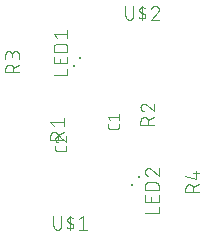
<source format=gbr>
G04 EAGLE Gerber X2 export*
%TF.Part,Single*%
%TF.FileFunction,Legend,Top,1*%
%TF.FilePolarity,Positive*%
%TF.GenerationSoftware,Autodesk,EAGLE,9.0.1*%
%TF.CreationDate,2018-06-14T23:25:34Z*%
G75*
%MOMM*%
%FSLAX34Y34*%
%LPD*%
%AMOC8*
5,1,8,0,0,1.08239X$1,22.5*%
G01*
%ADD10C,0.076200*%
%ADD11C,0.250000*%
%ADD12C,0.101600*%
%ADD13R,0.200000X0.200000*%


D10*
X668069Y566408D02*
X668069Y564319D01*
X668067Y564230D01*
X668061Y564142D01*
X668052Y564054D01*
X668039Y563966D01*
X668022Y563879D01*
X668002Y563793D01*
X667977Y563708D01*
X667950Y563623D01*
X667918Y563540D01*
X667884Y563459D01*
X667845Y563379D01*
X667804Y563301D01*
X667759Y563224D01*
X667711Y563150D01*
X667660Y563077D01*
X667606Y563007D01*
X667548Y562940D01*
X667488Y562874D01*
X667426Y562812D01*
X667360Y562752D01*
X667293Y562694D01*
X667223Y562640D01*
X667150Y562589D01*
X667076Y562541D01*
X666999Y562496D01*
X666921Y562455D01*
X666841Y562416D01*
X666760Y562382D01*
X666677Y562350D01*
X666592Y562323D01*
X666507Y562298D01*
X666421Y562278D01*
X666334Y562261D01*
X666246Y562248D01*
X666158Y562239D01*
X666070Y562233D01*
X665981Y562231D01*
X660759Y562231D01*
X660668Y562233D01*
X660577Y562239D01*
X660486Y562249D01*
X660396Y562263D01*
X660307Y562281D01*
X660218Y562302D01*
X660131Y562328D01*
X660045Y562357D01*
X659960Y562390D01*
X659876Y562427D01*
X659794Y562467D01*
X659715Y562511D01*
X659637Y562558D01*
X659561Y562609D01*
X659487Y562663D01*
X659416Y562720D01*
X659348Y562780D01*
X659282Y562843D01*
X659219Y562909D01*
X659159Y562977D01*
X659102Y563048D01*
X659048Y563122D01*
X658997Y563198D01*
X658950Y563275D01*
X658906Y563355D01*
X658866Y563437D01*
X658829Y563521D01*
X658796Y563605D01*
X658767Y563692D01*
X658741Y563779D01*
X658720Y563868D01*
X658702Y563957D01*
X658688Y564047D01*
X658678Y564138D01*
X658672Y564229D01*
X658670Y564320D01*
X658671Y564319D02*
X658671Y566408D01*
X660759Y569877D02*
X658671Y572487D01*
X668069Y572487D01*
X668069Y569877D02*
X668069Y575098D01*
X623619Y547358D02*
X623619Y545269D01*
X623617Y545180D01*
X623611Y545092D01*
X623602Y545004D01*
X623589Y544916D01*
X623572Y544829D01*
X623552Y544743D01*
X623527Y544658D01*
X623500Y544573D01*
X623468Y544490D01*
X623434Y544409D01*
X623395Y544329D01*
X623354Y544251D01*
X623309Y544174D01*
X623261Y544100D01*
X623210Y544027D01*
X623156Y543957D01*
X623098Y543890D01*
X623038Y543824D01*
X622976Y543762D01*
X622910Y543702D01*
X622843Y543644D01*
X622773Y543590D01*
X622700Y543539D01*
X622626Y543491D01*
X622549Y543446D01*
X622471Y543405D01*
X622391Y543366D01*
X622310Y543332D01*
X622227Y543300D01*
X622142Y543273D01*
X622057Y543248D01*
X621971Y543228D01*
X621884Y543211D01*
X621796Y543198D01*
X621708Y543189D01*
X621620Y543183D01*
X621531Y543181D01*
X616309Y543181D01*
X616218Y543183D01*
X616127Y543189D01*
X616036Y543199D01*
X615946Y543213D01*
X615857Y543231D01*
X615768Y543252D01*
X615681Y543278D01*
X615595Y543307D01*
X615510Y543340D01*
X615426Y543377D01*
X615344Y543417D01*
X615265Y543461D01*
X615187Y543508D01*
X615111Y543559D01*
X615037Y543613D01*
X614966Y543670D01*
X614898Y543730D01*
X614832Y543793D01*
X614769Y543859D01*
X614709Y543927D01*
X614652Y543998D01*
X614598Y544072D01*
X614547Y544148D01*
X614500Y544225D01*
X614456Y544305D01*
X614416Y544387D01*
X614379Y544471D01*
X614346Y544555D01*
X614317Y544642D01*
X614291Y544729D01*
X614270Y544818D01*
X614252Y544907D01*
X614238Y544997D01*
X614228Y545088D01*
X614222Y545179D01*
X614220Y545270D01*
X614221Y545269D02*
X614221Y547358D01*
X614221Y553698D02*
X614223Y553793D01*
X614229Y553887D01*
X614238Y553981D01*
X614251Y554075D01*
X614268Y554168D01*
X614289Y554260D01*
X614314Y554352D01*
X614342Y554442D01*
X614374Y554531D01*
X614409Y554619D01*
X614448Y554705D01*
X614490Y554790D01*
X614536Y554873D01*
X614585Y554954D01*
X614637Y555033D01*
X614692Y555110D01*
X614751Y555184D01*
X614812Y555256D01*
X614876Y555326D01*
X614943Y555393D01*
X615013Y555457D01*
X615085Y555518D01*
X615159Y555577D01*
X615236Y555632D01*
X615315Y555684D01*
X615396Y555733D01*
X615479Y555779D01*
X615564Y555821D01*
X615650Y555860D01*
X615738Y555895D01*
X615827Y555927D01*
X615917Y555955D01*
X616009Y555980D01*
X616101Y556001D01*
X616194Y556018D01*
X616288Y556031D01*
X616382Y556040D01*
X616476Y556046D01*
X616571Y556048D01*
X614221Y553698D02*
X614223Y553590D01*
X614229Y553481D01*
X614239Y553373D01*
X614252Y553266D01*
X614270Y553159D01*
X614291Y553052D01*
X614316Y552947D01*
X614345Y552842D01*
X614377Y552739D01*
X614414Y552637D01*
X614454Y552536D01*
X614497Y552437D01*
X614544Y552339D01*
X614595Y552243D01*
X614649Y552149D01*
X614706Y552057D01*
X614767Y551967D01*
X614831Y551879D01*
X614897Y551794D01*
X614967Y551711D01*
X615040Y551631D01*
X615116Y551553D01*
X615194Y551478D01*
X615275Y551406D01*
X615359Y551337D01*
X615445Y551271D01*
X615533Y551208D01*
X615624Y551149D01*
X615716Y551092D01*
X615811Y551039D01*
X615908Y550990D01*
X616006Y550944D01*
X616105Y550901D01*
X616207Y550862D01*
X616309Y550827D01*
X618399Y555265D02*
X618330Y555334D01*
X618259Y555400D01*
X618186Y555464D01*
X618110Y555525D01*
X618031Y555583D01*
X617951Y555637D01*
X617868Y555689D01*
X617784Y555737D01*
X617698Y555783D01*
X617610Y555824D01*
X617520Y555863D01*
X617429Y555898D01*
X617337Y555929D01*
X617244Y555957D01*
X617150Y555981D01*
X617055Y556001D01*
X616959Y556018D01*
X616862Y556031D01*
X616765Y556040D01*
X616668Y556046D01*
X616571Y556048D01*
X618398Y555265D02*
X623619Y550827D01*
X623619Y556048D01*
D11*
X629750Y615050D03*
D12*
X624492Y607808D02*
X612808Y607808D01*
X624492Y607808D02*
X624492Y613001D01*
X624492Y617714D02*
X624492Y622907D01*
X624492Y617714D02*
X612808Y617714D01*
X612808Y622907D01*
X618001Y621609D02*
X618001Y617714D01*
X612808Y627597D02*
X624492Y627597D01*
X612808Y627597D02*
X612808Y630843D01*
X612810Y630956D01*
X612816Y631069D01*
X612826Y631182D01*
X612840Y631295D01*
X612857Y631407D01*
X612879Y631518D01*
X612904Y631628D01*
X612934Y631738D01*
X612967Y631846D01*
X613004Y631953D01*
X613044Y632059D01*
X613089Y632163D01*
X613137Y632266D01*
X613188Y632367D01*
X613243Y632466D01*
X613301Y632563D01*
X613363Y632658D01*
X613428Y632751D01*
X613496Y632841D01*
X613567Y632929D01*
X613642Y633015D01*
X613719Y633098D01*
X613799Y633178D01*
X613882Y633255D01*
X613968Y633330D01*
X614056Y633401D01*
X614146Y633469D01*
X614239Y633534D01*
X614334Y633596D01*
X614431Y633654D01*
X614530Y633709D01*
X614631Y633760D01*
X614734Y633808D01*
X614838Y633853D01*
X614944Y633893D01*
X615051Y633930D01*
X615159Y633963D01*
X615269Y633993D01*
X615379Y634018D01*
X615490Y634040D01*
X615602Y634057D01*
X615715Y634071D01*
X615828Y634081D01*
X615941Y634087D01*
X616054Y634089D01*
X621246Y634089D01*
X621359Y634087D01*
X621472Y634081D01*
X621585Y634071D01*
X621698Y634057D01*
X621810Y634040D01*
X621921Y634018D01*
X622031Y633993D01*
X622141Y633963D01*
X622249Y633930D01*
X622356Y633893D01*
X622462Y633853D01*
X622566Y633808D01*
X622669Y633760D01*
X622770Y633709D01*
X622869Y633654D01*
X622966Y633596D01*
X623061Y633534D01*
X623154Y633469D01*
X623244Y633401D01*
X623332Y633330D01*
X623418Y633255D01*
X623501Y633178D01*
X623581Y633098D01*
X623658Y633015D01*
X623733Y632929D01*
X623804Y632841D01*
X623872Y632751D01*
X623937Y632658D01*
X623999Y632563D01*
X624057Y632466D01*
X624112Y632367D01*
X624163Y632266D01*
X624211Y632163D01*
X624256Y632059D01*
X624296Y631953D01*
X624333Y631846D01*
X624366Y631738D01*
X624396Y631628D01*
X624421Y631518D01*
X624443Y631407D01*
X624460Y631295D01*
X624474Y631182D01*
X624484Y631069D01*
X624490Y630956D01*
X624492Y630843D01*
X624492Y627597D01*
X615404Y639408D02*
X612808Y642654D01*
X624492Y642654D01*
X624492Y645899D02*
X624492Y639408D01*
D13*
X635000Y622300D03*
D11*
X684700Y521600D03*
D12*
X689958Y490751D02*
X701642Y490751D01*
X701642Y495943D01*
X701642Y500657D02*
X701642Y505849D01*
X701642Y500657D02*
X689958Y500657D01*
X689958Y505849D01*
X695151Y504551D02*
X695151Y500657D01*
X689958Y510540D02*
X701642Y510540D01*
X689958Y510540D02*
X689958Y513785D01*
X689960Y513898D01*
X689966Y514011D01*
X689976Y514124D01*
X689990Y514237D01*
X690007Y514349D01*
X690029Y514460D01*
X690054Y514570D01*
X690084Y514680D01*
X690117Y514788D01*
X690154Y514895D01*
X690194Y515001D01*
X690239Y515105D01*
X690287Y515208D01*
X690338Y515309D01*
X690393Y515408D01*
X690451Y515505D01*
X690513Y515600D01*
X690578Y515693D01*
X690646Y515783D01*
X690717Y515871D01*
X690792Y515957D01*
X690869Y516040D01*
X690949Y516120D01*
X691032Y516197D01*
X691118Y516272D01*
X691206Y516343D01*
X691296Y516411D01*
X691389Y516476D01*
X691484Y516538D01*
X691581Y516596D01*
X691680Y516651D01*
X691781Y516702D01*
X691884Y516750D01*
X691988Y516795D01*
X692094Y516835D01*
X692201Y516872D01*
X692309Y516905D01*
X692419Y516935D01*
X692529Y516960D01*
X692640Y516982D01*
X692752Y516999D01*
X692865Y517013D01*
X692978Y517023D01*
X693091Y517029D01*
X693204Y517031D01*
X698396Y517031D01*
X698396Y517032D02*
X698509Y517030D01*
X698622Y517024D01*
X698735Y517014D01*
X698848Y517000D01*
X698960Y516983D01*
X699071Y516961D01*
X699181Y516936D01*
X699291Y516906D01*
X699399Y516873D01*
X699506Y516836D01*
X699612Y516796D01*
X699716Y516751D01*
X699819Y516703D01*
X699920Y516652D01*
X700019Y516597D01*
X700116Y516539D01*
X700211Y516477D01*
X700304Y516412D01*
X700394Y516344D01*
X700482Y516273D01*
X700568Y516198D01*
X700651Y516121D01*
X700731Y516041D01*
X700808Y515958D01*
X700883Y515872D01*
X700954Y515784D01*
X701022Y515694D01*
X701087Y515601D01*
X701149Y515506D01*
X701207Y515409D01*
X701262Y515310D01*
X701313Y515209D01*
X701361Y515106D01*
X701406Y515002D01*
X701446Y514896D01*
X701483Y514789D01*
X701516Y514681D01*
X701546Y514571D01*
X701571Y514461D01*
X701593Y514350D01*
X701610Y514238D01*
X701624Y514125D01*
X701634Y514012D01*
X701640Y513899D01*
X701642Y513786D01*
X701642Y513785D02*
X701642Y510540D01*
X689958Y525921D02*
X689960Y526028D01*
X689966Y526134D01*
X689976Y526240D01*
X689989Y526346D01*
X690007Y526452D01*
X690028Y526556D01*
X690053Y526660D01*
X690082Y526763D01*
X690114Y526864D01*
X690151Y526964D01*
X690191Y527063D01*
X690234Y527161D01*
X690281Y527257D01*
X690332Y527351D01*
X690386Y527443D01*
X690443Y527533D01*
X690503Y527621D01*
X690567Y527706D01*
X690634Y527789D01*
X690704Y527870D01*
X690776Y527948D01*
X690852Y528024D01*
X690930Y528096D01*
X691011Y528166D01*
X691094Y528233D01*
X691179Y528297D01*
X691267Y528357D01*
X691357Y528414D01*
X691449Y528468D01*
X691543Y528519D01*
X691639Y528566D01*
X691737Y528609D01*
X691836Y528649D01*
X691936Y528686D01*
X692037Y528718D01*
X692140Y528747D01*
X692244Y528772D01*
X692348Y528793D01*
X692454Y528811D01*
X692560Y528824D01*
X692666Y528834D01*
X692772Y528840D01*
X692879Y528842D01*
X689958Y525921D02*
X689960Y525800D01*
X689966Y525679D01*
X689976Y525559D01*
X689989Y525438D01*
X690007Y525319D01*
X690028Y525199D01*
X690053Y525081D01*
X690082Y524964D01*
X690115Y524847D01*
X690151Y524732D01*
X690192Y524618D01*
X690235Y524505D01*
X690283Y524393D01*
X690334Y524284D01*
X690389Y524176D01*
X690447Y524069D01*
X690508Y523965D01*
X690573Y523863D01*
X690641Y523763D01*
X690712Y523665D01*
X690786Y523569D01*
X690863Y523476D01*
X690944Y523386D01*
X691027Y523298D01*
X691113Y523213D01*
X691202Y523130D01*
X691293Y523051D01*
X691387Y522974D01*
X691483Y522901D01*
X691581Y522831D01*
X691682Y522764D01*
X691785Y522700D01*
X691890Y522640D01*
X691997Y522582D01*
X692105Y522529D01*
X692215Y522479D01*
X692327Y522433D01*
X692440Y522390D01*
X692555Y522351D01*
X695151Y527868D02*
X695073Y527947D01*
X694993Y528023D01*
X694910Y528096D01*
X694824Y528166D01*
X694737Y528233D01*
X694646Y528297D01*
X694554Y528357D01*
X694460Y528415D01*
X694363Y528469D01*
X694265Y528519D01*
X694165Y528566D01*
X694064Y528610D01*
X693961Y528650D01*
X693856Y528686D01*
X693751Y528718D01*
X693644Y528747D01*
X693537Y528772D01*
X693428Y528794D01*
X693319Y528811D01*
X693210Y528825D01*
X693100Y528834D01*
X692989Y528840D01*
X692879Y528842D01*
X695151Y527868D02*
X701642Y522351D01*
X701642Y528842D01*
D13*
X679450Y514350D03*
D12*
X621792Y553145D02*
X610108Y553145D01*
X610108Y556390D01*
X610110Y556503D01*
X610116Y556616D01*
X610126Y556729D01*
X610140Y556842D01*
X610157Y556954D01*
X610179Y557065D01*
X610204Y557175D01*
X610234Y557285D01*
X610267Y557393D01*
X610304Y557500D01*
X610344Y557606D01*
X610389Y557710D01*
X610437Y557813D01*
X610488Y557914D01*
X610543Y558013D01*
X610601Y558110D01*
X610663Y558205D01*
X610728Y558298D01*
X610796Y558388D01*
X610867Y558476D01*
X610942Y558562D01*
X611019Y558645D01*
X611099Y558725D01*
X611182Y558802D01*
X611268Y558877D01*
X611356Y558948D01*
X611446Y559016D01*
X611539Y559081D01*
X611634Y559143D01*
X611731Y559201D01*
X611830Y559256D01*
X611931Y559307D01*
X612034Y559355D01*
X612138Y559400D01*
X612244Y559440D01*
X612351Y559477D01*
X612459Y559510D01*
X612569Y559540D01*
X612679Y559565D01*
X612790Y559587D01*
X612902Y559604D01*
X613015Y559618D01*
X613128Y559628D01*
X613241Y559634D01*
X613354Y559636D01*
X613467Y559634D01*
X613580Y559628D01*
X613693Y559618D01*
X613806Y559604D01*
X613918Y559587D01*
X614029Y559565D01*
X614139Y559540D01*
X614249Y559510D01*
X614357Y559477D01*
X614464Y559440D01*
X614570Y559400D01*
X614674Y559355D01*
X614777Y559307D01*
X614878Y559256D01*
X614977Y559201D01*
X615074Y559143D01*
X615169Y559081D01*
X615262Y559016D01*
X615352Y558948D01*
X615440Y558877D01*
X615526Y558802D01*
X615609Y558725D01*
X615689Y558645D01*
X615766Y558562D01*
X615841Y558476D01*
X615912Y558388D01*
X615980Y558298D01*
X616045Y558205D01*
X616107Y558110D01*
X616165Y558013D01*
X616220Y557914D01*
X616271Y557813D01*
X616319Y557710D01*
X616364Y557606D01*
X616404Y557500D01*
X616441Y557393D01*
X616474Y557285D01*
X616504Y557175D01*
X616529Y557065D01*
X616551Y556954D01*
X616568Y556842D01*
X616582Y556729D01*
X616592Y556616D01*
X616598Y556503D01*
X616600Y556390D01*
X616599Y556390D02*
X616599Y553145D01*
X616599Y557039D02*
X621792Y559636D01*
X612704Y564501D02*
X610108Y567746D01*
X621792Y567746D01*
X621792Y564501D02*
X621792Y570992D01*
X686308Y565658D02*
X697992Y565658D01*
X686308Y565658D02*
X686308Y568904D01*
X686310Y569017D01*
X686316Y569130D01*
X686326Y569243D01*
X686340Y569356D01*
X686357Y569468D01*
X686379Y569579D01*
X686404Y569689D01*
X686434Y569799D01*
X686467Y569907D01*
X686504Y570014D01*
X686544Y570120D01*
X686589Y570224D01*
X686637Y570327D01*
X686688Y570428D01*
X686743Y570527D01*
X686801Y570624D01*
X686863Y570719D01*
X686928Y570812D01*
X686996Y570902D01*
X687067Y570990D01*
X687142Y571076D01*
X687219Y571159D01*
X687299Y571239D01*
X687382Y571316D01*
X687468Y571391D01*
X687556Y571462D01*
X687646Y571530D01*
X687739Y571595D01*
X687834Y571657D01*
X687931Y571715D01*
X688030Y571770D01*
X688131Y571821D01*
X688234Y571869D01*
X688338Y571914D01*
X688444Y571954D01*
X688551Y571991D01*
X688659Y572024D01*
X688769Y572054D01*
X688879Y572079D01*
X688990Y572101D01*
X689102Y572118D01*
X689215Y572132D01*
X689328Y572142D01*
X689441Y572148D01*
X689554Y572150D01*
X689667Y572148D01*
X689780Y572142D01*
X689893Y572132D01*
X690006Y572118D01*
X690118Y572101D01*
X690229Y572079D01*
X690339Y572054D01*
X690449Y572024D01*
X690557Y571991D01*
X690664Y571954D01*
X690770Y571914D01*
X690874Y571869D01*
X690977Y571821D01*
X691078Y571770D01*
X691177Y571715D01*
X691274Y571657D01*
X691369Y571595D01*
X691462Y571530D01*
X691552Y571462D01*
X691640Y571391D01*
X691726Y571316D01*
X691809Y571239D01*
X691889Y571159D01*
X691966Y571076D01*
X692041Y570990D01*
X692112Y570902D01*
X692180Y570812D01*
X692245Y570719D01*
X692307Y570624D01*
X692365Y570527D01*
X692420Y570428D01*
X692471Y570327D01*
X692519Y570224D01*
X692564Y570120D01*
X692604Y570014D01*
X692641Y569907D01*
X692674Y569799D01*
X692704Y569689D01*
X692729Y569579D01*
X692751Y569468D01*
X692768Y569356D01*
X692782Y569243D01*
X692792Y569130D01*
X692798Y569017D01*
X692800Y568904D01*
X692799Y568904D02*
X692799Y565658D01*
X692799Y569553D02*
X697992Y572149D01*
X689229Y583505D02*
X689122Y583503D01*
X689016Y583497D01*
X688910Y583487D01*
X688804Y583474D01*
X688698Y583456D01*
X688594Y583435D01*
X688490Y583410D01*
X688387Y583381D01*
X688286Y583349D01*
X688186Y583312D01*
X688087Y583272D01*
X687989Y583229D01*
X687893Y583182D01*
X687799Y583131D01*
X687707Y583077D01*
X687617Y583020D01*
X687529Y582960D01*
X687444Y582896D01*
X687361Y582829D01*
X687280Y582759D01*
X687202Y582687D01*
X687126Y582611D01*
X687054Y582533D01*
X686984Y582452D01*
X686917Y582369D01*
X686853Y582284D01*
X686793Y582196D01*
X686736Y582106D01*
X686682Y582014D01*
X686631Y581920D01*
X686584Y581824D01*
X686541Y581726D01*
X686501Y581627D01*
X686464Y581527D01*
X686432Y581426D01*
X686403Y581323D01*
X686378Y581219D01*
X686357Y581115D01*
X686339Y581009D01*
X686326Y580903D01*
X686316Y580797D01*
X686310Y580691D01*
X686308Y580584D01*
X686310Y580463D01*
X686316Y580342D01*
X686326Y580222D01*
X686339Y580101D01*
X686357Y579982D01*
X686378Y579862D01*
X686403Y579744D01*
X686432Y579627D01*
X686465Y579510D01*
X686501Y579395D01*
X686542Y579281D01*
X686585Y579168D01*
X686633Y579056D01*
X686684Y578947D01*
X686739Y578839D01*
X686797Y578732D01*
X686858Y578628D01*
X686923Y578526D01*
X686991Y578426D01*
X687062Y578328D01*
X687136Y578232D01*
X687213Y578139D01*
X687294Y578049D01*
X687377Y577961D01*
X687463Y577876D01*
X687552Y577793D01*
X687643Y577714D01*
X687737Y577637D01*
X687833Y577564D01*
X687931Y577494D01*
X688032Y577427D01*
X688135Y577363D01*
X688240Y577303D01*
X688347Y577245D01*
X688455Y577192D01*
X688565Y577142D01*
X688677Y577096D01*
X688790Y577053D01*
X688905Y577014D01*
X691501Y582531D02*
X691423Y582610D01*
X691343Y582686D01*
X691260Y582759D01*
X691174Y582829D01*
X691087Y582896D01*
X690996Y582960D01*
X690904Y583020D01*
X690810Y583078D01*
X690713Y583132D01*
X690615Y583182D01*
X690515Y583229D01*
X690414Y583273D01*
X690311Y583313D01*
X690206Y583349D01*
X690101Y583381D01*
X689994Y583410D01*
X689887Y583435D01*
X689778Y583457D01*
X689669Y583474D01*
X689560Y583488D01*
X689450Y583497D01*
X689339Y583503D01*
X689229Y583505D01*
X691501Y582532D02*
X697992Y577014D01*
X697992Y583505D01*
X583692Y610108D02*
X572008Y610108D01*
X572008Y613354D01*
X572010Y613467D01*
X572016Y613580D01*
X572026Y613693D01*
X572040Y613806D01*
X572057Y613918D01*
X572079Y614029D01*
X572104Y614139D01*
X572134Y614249D01*
X572167Y614357D01*
X572204Y614464D01*
X572244Y614570D01*
X572289Y614674D01*
X572337Y614777D01*
X572388Y614878D01*
X572443Y614977D01*
X572501Y615074D01*
X572563Y615169D01*
X572628Y615262D01*
X572696Y615352D01*
X572767Y615440D01*
X572842Y615526D01*
X572919Y615609D01*
X572999Y615689D01*
X573082Y615766D01*
X573168Y615841D01*
X573256Y615912D01*
X573346Y615980D01*
X573439Y616045D01*
X573534Y616107D01*
X573631Y616165D01*
X573730Y616220D01*
X573831Y616271D01*
X573934Y616319D01*
X574038Y616364D01*
X574144Y616404D01*
X574251Y616441D01*
X574359Y616474D01*
X574469Y616504D01*
X574579Y616529D01*
X574690Y616551D01*
X574802Y616568D01*
X574915Y616582D01*
X575028Y616592D01*
X575141Y616598D01*
X575254Y616600D01*
X575367Y616598D01*
X575480Y616592D01*
X575593Y616582D01*
X575706Y616568D01*
X575818Y616551D01*
X575929Y616529D01*
X576039Y616504D01*
X576149Y616474D01*
X576257Y616441D01*
X576364Y616404D01*
X576470Y616364D01*
X576574Y616319D01*
X576677Y616271D01*
X576778Y616220D01*
X576877Y616165D01*
X576974Y616107D01*
X577069Y616045D01*
X577162Y615980D01*
X577252Y615912D01*
X577340Y615841D01*
X577426Y615766D01*
X577509Y615689D01*
X577589Y615609D01*
X577666Y615526D01*
X577741Y615440D01*
X577812Y615352D01*
X577880Y615262D01*
X577945Y615169D01*
X578007Y615074D01*
X578065Y614977D01*
X578120Y614878D01*
X578171Y614777D01*
X578219Y614674D01*
X578264Y614570D01*
X578304Y614464D01*
X578341Y614357D01*
X578374Y614249D01*
X578404Y614139D01*
X578429Y614029D01*
X578451Y613918D01*
X578468Y613806D01*
X578482Y613693D01*
X578492Y613580D01*
X578498Y613467D01*
X578500Y613354D01*
X578499Y613354D02*
X578499Y610108D01*
X578499Y614003D02*
X583692Y616599D01*
X583692Y621464D02*
X583692Y624710D01*
X583690Y624823D01*
X583684Y624936D01*
X583674Y625049D01*
X583660Y625162D01*
X583643Y625274D01*
X583621Y625385D01*
X583596Y625495D01*
X583566Y625605D01*
X583533Y625713D01*
X583496Y625820D01*
X583456Y625926D01*
X583411Y626030D01*
X583363Y626133D01*
X583312Y626234D01*
X583257Y626333D01*
X583199Y626430D01*
X583137Y626525D01*
X583072Y626618D01*
X583004Y626708D01*
X582933Y626796D01*
X582858Y626882D01*
X582781Y626965D01*
X582701Y627045D01*
X582618Y627122D01*
X582532Y627197D01*
X582444Y627268D01*
X582354Y627336D01*
X582261Y627401D01*
X582166Y627463D01*
X582069Y627521D01*
X581970Y627576D01*
X581869Y627627D01*
X581766Y627675D01*
X581662Y627720D01*
X581556Y627760D01*
X581449Y627797D01*
X581341Y627830D01*
X581231Y627860D01*
X581121Y627885D01*
X581010Y627907D01*
X580898Y627924D01*
X580785Y627938D01*
X580672Y627948D01*
X580559Y627954D01*
X580446Y627956D01*
X580333Y627954D01*
X580220Y627948D01*
X580107Y627938D01*
X579994Y627924D01*
X579882Y627907D01*
X579771Y627885D01*
X579661Y627860D01*
X579551Y627830D01*
X579443Y627797D01*
X579336Y627760D01*
X579230Y627720D01*
X579126Y627675D01*
X579023Y627627D01*
X578922Y627576D01*
X578823Y627521D01*
X578726Y627463D01*
X578631Y627401D01*
X578538Y627336D01*
X578448Y627268D01*
X578360Y627197D01*
X578274Y627122D01*
X578191Y627045D01*
X578111Y626965D01*
X578034Y626882D01*
X577959Y626796D01*
X577888Y626708D01*
X577820Y626618D01*
X577755Y626525D01*
X577693Y626430D01*
X577635Y626333D01*
X577580Y626234D01*
X577529Y626133D01*
X577481Y626030D01*
X577436Y625926D01*
X577396Y625820D01*
X577359Y625713D01*
X577326Y625605D01*
X577296Y625495D01*
X577271Y625385D01*
X577249Y625274D01*
X577232Y625162D01*
X577218Y625049D01*
X577208Y624936D01*
X577202Y624823D01*
X577200Y624710D01*
X572008Y625359D02*
X572008Y621464D01*
X572008Y625359D02*
X572010Y625460D01*
X572016Y625560D01*
X572026Y625660D01*
X572039Y625760D01*
X572057Y625859D01*
X572078Y625958D01*
X572103Y626055D01*
X572132Y626152D01*
X572165Y626247D01*
X572201Y626341D01*
X572241Y626433D01*
X572284Y626524D01*
X572331Y626613D01*
X572381Y626700D01*
X572435Y626786D01*
X572492Y626869D01*
X572552Y626949D01*
X572615Y627028D01*
X572682Y627104D01*
X572751Y627177D01*
X572823Y627247D01*
X572897Y627315D01*
X572974Y627380D01*
X573054Y627441D01*
X573136Y627500D01*
X573220Y627555D01*
X573306Y627607D01*
X573394Y627656D01*
X573484Y627701D01*
X573576Y627743D01*
X573669Y627781D01*
X573764Y627815D01*
X573859Y627846D01*
X573956Y627873D01*
X574054Y627896D01*
X574153Y627916D01*
X574253Y627931D01*
X574353Y627943D01*
X574453Y627951D01*
X574554Y627955D01*
X574654Y627955D01*
X574755Y627951D01*
X574855Y627943D01*
X574955Y627931D01*
X575055Y627916D01*
X575154Y627896D01*
X575252Y627873D01*
X575349Y627846D01*
X575444Y627815D01*
X575539Y627781D01*
X575632Y627743D01*
X575724Y627701D01*
X575814Y627656D01*
X575902Y627607D01*
X575988Y627555D01*
X576072Y627500D01*
X576154Y627441D01*
X576234Y627380D01*
X576311Y627315D01*
X576385Y627247D01*
X576457Y627177D01*
X576526Y627104D01*
X576593Y627028D01*
X576656Y626949D01*
X576716Y626869D01*
X576773Y626786D01*
X576827Y626700D01*
X576877Y626613D01*
X576924Y626524D01*
X576967Y626433D01*
X577007Y626341D01*
X577043Y626247D01*
X577076Y626152D01*
X577105Y626055D01*
X577130Y625958D01*
X577151Y625859D01*
X577169Y625760D01*
X577182Y625660D01*
X577192Y625560D01*
X577198Y625460D01*
X577200Y625359D01*
X577201Y625359D02*
X577201Y622763D01*
X724408Y508695D02*
X736092Y508695D01*
X724408Y508695D02*
X724408Y511940D01*
X724410Y512053D01*
X724416Y512166D01*
X724426Y512279D01*
X724440Y512392D01*
X724457Y512504D01*
X724479Y512615D01*
X724504Y512725D01*
X724534Y512835D01*
X724567Y512943D01*
X724604Y513050D01*
X724644Y513156D01*
X724689Y513260D01*
X724737Y513363D01*
X724788Y513464D01*
X724843Y513563D01*
X724901Y513660D01*
X724963Y513755D01*
X725028Y513848D01*
X725096Y513938D01*
X725167Y514026D01*
X725242Y514112D01*
X725319Y514195D01*
X725399Y514275D01*
X725482Y514352D01*
X725568Y514427D01*
X725656Y514498D01*
X725746Y514566D01*
X725839Y514631D01*
X725934Y514693D01*
X726031Y514751D01*
X726130Y514806D01*
X726231Y514857D01*
X726334Y514905D01*
X726438Y514950D01*
X726544Y514990D01*
X726651Y515027D01*
X726759Y515060D01*
X726869Y515090D01*
X726979Y515115D01*
X727090Y515137D01*
X727202Y515154D01*
X727315Y515168D01*
X727428Y515178D01*
X727541Y515184D01*
X727654Y515186D01*
X727767Y515184D01*
X727880Y515178D01*
X727993Y515168D01*
X728106Y515154D01*
X728218Y515137D01*
X728329Y515115D01*
X728439Y515090D01*
X728549Y515060D01*
X728657Y515027D01*
X728764Y514990D01*
X728870Y514950D01*
X728974Y514905D01*
X729077Y514857D01*
X729178Y514806D01*
X729277Y514751D01*
X729374Y514693D01*
X729469Y514631D01*
X729562Y514566D01*
X729652Y514498D01*
X729740Y514427D01*
X729826Y514352D01*
X729909Y514275D01*
X729989Y514195D01*
X730066Y514112D01*
X730141Y514026D01*
X730212Y513938D01*
X730280Y513848D01*
X730345Y513755D01*
X730407Y513660D01*
X730465Y513563D01*
X730520Y513464D01*
X730571Y513363D01*
X730619Y513260D01*
X730664Y513156D01*
X730704Y513050D01*
X730741Y512943D01*
X730774Y512835D01*
X730804Y512725D01*
X730829Y512615D01*
X730851Y512504D01*
X730868Y512392D01*
X730882Y512279D01*
X730892Y512166D01*
X730898Y512053D01*
X730900Y511940D01*
X730899Y511940D02*
X730899Y508695D01*
X730899Y512589D02*
X736092Y515186D01*
X733496Y520051D02*
X724408Y522647D01*
X733496Y520051D02*
X733496Y526542D01*
X730899Y524595D02*
X736092Y524595D01*
X612634Y488442D02*
X612634Y480004D01*
X612633Y480004D02*
X612635Y479891D01*
X612641Y479778D01*
X612651Y479665D01*
X612665Y479552D01*
X612682Y479440D01*
X612704Y479329D01*
X612729Y479219D01*
X612759Y479109D01*
X612792Y479001D01*
X612829Y478894D01*
X612869Y478788D01*
X612914Y478684D01*
X612962Y478581D01*
X613013Y478480D01*
X613068Y478381D01*
X613126Y478284D01*
X613188Y478189D01*
X613253Y478096D01*
X613321Y478006D01*
X613392Y477918D01*
X613467Y477832D01*
X613544Y477749D01*
X613624Y477669D01*
X613707Y477592D01*
X613793Y477517D01*
X613881Y477446D01*
X613971Y477378D01*
X614064Y477313D01*
X614159Y477251D01*
X614256Y477193D01*
X614355Y477138D01*
X614456Y477087D01*
X614559Y477039D01*
X614663Y476994D01*
X614769Y476954D01*
X614876Y476917D01*
X614984Y476884D01*
X615094Y476854D01*
X615204Y476829D01*
X615315Y476807D01*
X615427Y476790D01*
X615540Y476776D01*
X615653Y476766D01*
X615766Y476760D01*
X615879Y476758D01*
X615992Y476760D01*
X616105Y476766D01*
X616218Y476776D01*
X616331Y476790D01*
X616443Y476807D01*
X616554Y476829D01*
X616664Y476854D01*
X616774Y476884D01*
X616882Y476917D01*
X616989Y476954D01*
X617095Y476994D01*
X617199Y477039D01*
X617302Y477087D01*
X617403Y477138D01*
X617502Y477193D01*
X617599Y477251D01*
X617694Y477313D01*
X617787Y477378D01*
X617877Y477446D01*
X617965Y477517D01*
X618051Y477592D01*
X618134Y477669D01*
X618214Y477749D01*
X618291Y477832D01*
X618366Y477918D01*
X618437Y478006D01*
X618505Y478096D01*
X618570Y478189D01*
X618632Y478284D01*
X618690Y478381D01*
X618745Y478480D01*
X618796Y478581D01*
X618844Y478684D01*
X618889Y478788D01*
X618929Y478894D01*
X618966Y479001D01*
X618999Y479109D01*
X619029Y479219D01*
X619054Y479329D01*
X619076Y479440D01*
X619093Y479552D01*
X619107Y479665D01*
X619117Y479778D01*
X619123Y479891D01*
X619125Y480004D01*
X619125Y488442D01*
X626928Y488442D02*
X626928Y476758D01*
X626928Y482600D02*
X625306Y483574D01*
X625305Y483573D02*
X625232Y483620D01*
X625161Y483669D01*
X625091Y483722D01*
X625025Y483778D01*
X624961Y483837D01*
X624899Y483898D01*
X624841Y483962D01*
X624785Y484029D01*
X624733Y484098D01*
X624683Y484170D01*
X624637Y484244D01*
X624594Y484319D01*
X624555Y484397D01*
X624519Y484476D01*
X624487Y484557D01*
X624458Y484639D01*
X624433Y484722D01*
X624412Y484806D01*
X624395Y484891D01*
X624381Y484977D01*
X624372Y485063D01*
X624366Y485150D01*
X624364Y485237D01*
X624366Y485324D01*
X624372Y485411D01*
X624382Y485497D01*
X624395Y485583D01*
X624413Y485668D01*
X624434Y485752D01*
X624459Y485835D01*
X624488Y485918D01*
X624520Y485998D01*
X624556Y486077D01*
X624595Y486155D01*
X624638Y486230D01*
X624685Y486304D01*
X624734Y486375D01*
X624787Y486445D01*
X624842Y486511D01*
X624901Y486575D01*
X624962Y486637D01*
X625027Y486696D01*
X625093Y486751D01*
X625162Y486804D01*
X625234Y486854D01*
X625307Y486900D01*
X625383Y486943D01*
X625460Y486982D01*
X625539Y487018D01*
X625620Y487051D01*
X625702Y487079D01*
X625785Y487105D01*
X625869Y487126D01*
X625955Y487143D01*
X625955Y487144D02*
X626095Y487168D01*
X626237Y487188D01*
X626378Y487204D01*
X626520Y487215D01*
X626663Y487223D01*
X626805Y487227D01*
X626948Y487228D01*
X627091Y487224D01*
X627233Y487216D01*
X627375Y487204D01*
X627517Y487188D01*
X627658Y487169D01*
X627799Y487145D01*
X627939Y487118D01*
X628078Y487086D01*
X628216Y487051D01*
X628354Y487012D01*
X628490Y486969D01*
X628624Y486923D01*
X628758Y486872D01*
X628890Y486819D01*
X629020Y486761D01*
X629149Y486700D01*
X629276Y486635D01*
X629402Y486567D01*
X629525Y486495D01*
X626928Y482600D02*
X628551Y481626D01*
X628552Y481627D02*
X628625Y481580D01*
X628696Y481531D01*
X628766Y481478D01*
X628832Y481422D01*
X628896Y481363D01*
X628958Y481302D01*
X629016Y481238D01*
X629072Y481171D01*
X629124Y481102D01*
X629174Y481030D01*
X629220Y480956D01*
X629263Y480881D01*
X629302Y480803D01*
X629338Y480724D01*
X629370Y480643D01*
X629399Y480561D01*
X629424Y480478D01*
X629445Y480394D01*
X629462Y480309D01*
X629476Y480223D01*
X629485Y480137D01*
X629491Y480050D01*
X629493Y479963D01*
X629491Y479876D01*
X629485Y479789D01*
X629475Y479703D01*
X629462Y479617D01*
X629444Y479532D01*
X629423Y479448D01*
X629398Y479365D01*
X629369Y479282D01*
X629337Y479202D01*
X629301Y479123D01*
X629262Y479045D01*
X629219Y478970D01*
X629172Y478896D01*
X629123Y478825D01*
X629070Y478755D01*
X629015Y478689D01*
X628956Y478625D01*
X628895Y478563D01*
X628830Y478504D01*
X628764Y478449D01*
X628695Y478396D01*
X628623Y478346D01*
X628550Y478300D01*
X628474Y478257D01*
X628397Y478218D01*
X628318Y478182D01*
X628237Y478149D01*
X628155Y478121D01*
X628072Y478095D01*
X627988Y478074D01*
X627903Y478057D01*
X627902Y478056D02*
X627762Y478032D01*
X627620Y478012D01*
X627479Y477996D01*
X627337Y477985D01*
X627194Y477977D01*
X627052Y477973D01*
X626909Y477972D01*
X626766Y477976D01*
X626624Y477984D01*
X626482Y477996D01*
X626340Y478012D01*
X626199Y478031D01*
X626058Y478055D01*
X625918Y478082D01*
X625779Y478114D01*
X625641Y478149D01*
X625503Y478188D01*
X625367Y478231D01*
X625233Y478277D01*
X625099Y478328D01*
X624967Y478381D01*
X624837Y478439D01*
X624708Y478500D01*
X624581Y478565D01*
X624455Y478633D01*
X624332Y478705D01*
X634351Y485846D02*
X637596Y488442D01*
X637596Y476758D01*
X634351Y476758D02*
X640842Y476758D01*
X673608Y657804D02*
X673608Y666242D01*
X673608Y657804D02*
X673610Y657691D01*
X673616Y657578D01*
X673626Y657465D01*
X673640Y657352D01*
X673657Y657240D01*
X673679Y657129D01*
X673704Y657019D01*
X673734Y656909D01*
X673767Y656801D01*
X673804Y656694D01*
X673844Y656588D01*
X673889Y656484D01*
X673937Y656381D01*
X673988Y656280D01*
X674043Y656181D01*
X674101Y656084D01*
X674163Y655989D01*
X674228Y655896D01*
X674296Y655806D01*
X674367Y655718D01*
X674442Y655632D01*
X674519Y655549D01*
X674599Y655469D01*
X674682Y655392D01*
X674768Y655317D01*
X674856Y655246D01*
X674946Y655178D01*
X675039Y655113D01*
X675134Y655051D01*
X675231Y654993D01*
X675330Y654938D01*
X675431Y654887D01*
X675534Y654839D01*
X675638Y654794D01*
X675744Y654754D01*
X675851Y654717D01*
X675959Y654684D01*
X676069Y654654D01*
X676179Y654629D01*
X676290Y654607D01*
X676402Y654590D01*
X676515Y654576D01*
X676628Y654566D01*
X676741Y654560D01*
X676854Y654558D01*
X676967Y654560D01*
X677080Y654566D01*
X677193Y654576D01*
X677306Y654590D01*
X677418Y654607D01*
X677529Y654629D01*
X677639Y654654D01*
X677749Y654684D01*
X677857Y654717D01*
X677964Y654754D01*
X678070Y654794D01*
X678174Y654839D01*
X678277Y654887D01*
X678378Y654938D01*
X678477Y654993D01*
X678574Y655051D01*
X678669Y655113D01*
X678762Y655178D01*
X678852Y655246D01*
X678940Y655317D01*
X679026Y655392D01*
X679109Y655469D01*
X679189Y655549D01*
X679266Y655632D01*
X679341Y655718D01*
X679412Y655806D01*
X679480Y655896D01*
X679545Y655989D01*
X679607Y656084D01*
X679665Y656181D01*
X679720Y656280D01*
X679771Y656381D01*
X679819Y656484D01*
X679864Y656588D01*
X679904Y656694D01*
X679941Y656801D01*
X679974Y656909D01*
X680004Y657019D01*
X680029Y657129D01*
X680051Y657240D01*
X680068Y657352D01*
X680082Y657465D01*
X680092Y657578D01*
X680098Y657691D01*
X680100Y657804D01*
X680099Y657804D02*
X680099Y666242D01*
X687903Y666242D02*
X687903Y654558D01*
X687903Y660400D02*
X686280Y661374D01*
X686279Y661373D02*
X686206Y661420D01*
X686135Y661469D01*
X686065Y661522D01*
X685999Y661578D01*
X685935Y661637D01*
X685873Y661698D01*
X685815Y661762D01*
X685759Y661829D01*
X685707Y661898D01*
X685657Y661970D01*
X685611Y662044D01*
X685568Y662119D01*
X685529Y662197D01*
X685493Y662276D01*
X685461Y662357D01*
X685432Y662439D01*
X685407Y662522D01*
X685386Y662606D01*
X685369Y662691D01*
X685355Y662777D01*
X685346Y662863D01*
X685340Y662950D01*
X685338Y663037D01*
X685340Y663124D01*
X685346Y663211D01*
X685356Y663297D01*
X685369Y663383D01*
X685387Y663468D01*
X685408Y663552D01*
X685433Y663635D01*
X685462Y663718D01*
X685494Y663798D01*
X685530Y663877D01*
X685569Y663955D01*
X685612Y664030D01*
X685659Y664104D01*
X685708Y664175D01*
X685761Y664245D01*
X685816Y664311D01*
X685875Y664375D01*
X685936Y664437D01*
X686001Y664496D01*
X686067Y664551D01*
X686136Y664604D01*
X686208Y664654D01*
X686281Y664700D01*
X686357Y664743D01*
X686434Y664782D01*
X686513Y664818D01*
X686594Y664851D01*
X686676Y664879D01*
X686759Y664905D01*
X686843Y664926D01*
X686929Y664943D01*
X686929Y664944D02*
X687069Y664968D01*
X687211Y664988D01*
X687352Y665004D01*
X687494Y665015D01*
X687637Y665023D01*
X687779Y665027D01*
X687922Y665028D01*
X688065Y665024D01*
X688207Y665016D01*
X688349Y665004D01*
X688491Y664988D01*
X688632Y664969D01*
X688773Y664945D01*
X688913Y664918D01*
X689052Y664886D01*
X689190Y664851D01*
X689328Y664812D01*
X689464Y664769D01*
X689598Y664723D01*
X689732Y664672D01*
X689864Y664619D01*
X689994Y664561D01*
X690123Y664500D01*
X690250Y664435D01*
X690376Y664367D01*
X690499Y664295D01*
X687903Y660400D02*
X689525Y659426D01*
X689526Y659427D02*
X689599Y659380D01*
X689670Y659331D01*
X689740Y659278D01*
X689806Y659222D01*
X689870Y659163D01*
X689932Y659102D01*
X689990Y659038D01*
X690046Y658971D01*
X690098Y658902D01*
X690148Y658830D01*
X690194Y658756D01*
X690237Y658681D01*
X690276Y658603D01*
X690312Y658524D01*
X690344Y658443D01*
X690373Y658361D01*
X690398Y658278D01*
X690419Y658194D01*
X690436Y658109D01*
X690450Y658023D01*
X690459Y657937D01*
X690465Y657850D01*
X690467Y657763D01*
X690465Y657676D01*
X690459Y657589D01*
X690449Y657503D01*
X690436Y657417D01*
X690418Y657332D01*
X690397Y657248D01*
X690372Y657165D01*
X690343Y657082D01*
X690311Y657002D01*
X690275Y656923D01*
X690236Y656845D01*
X690193Y656770D01*
X690146Y656696D01*
X690097Y656625D01*
X690044Y656555D01*
X689989Y656489D01*
X689930Y656425D01*
X689869Y656363D01*
X689804Y656304D01*
X689738Y656249D01*
X689669Y656196D01*
X689597Y656146D01*
X689524Y656100D01*
X689448Y656057D01*
X689371Y656018D01*
X689292Y655982D01*
X689211Y655949D01*
X689129Y655921D01*
X689046Y655895D01*
X688962Y655874D01*
X688877Y655857D01*
X688876Y655856D02*
X688736Y655832D01*
X688594Y655812D01*
X688453Y655796D01*
X688311Y655785D01*
X688168Y655777D01*
X688026Y655773D01*
X687883Y655772D01*
X687740Y655776D01*
X687598Y655784D01*
X687456Y655796D01*
X687314Y655812D01*
X687173Y655831D01*
X687032Y655855D01*
X686892Y655882D01*
X686753Y655914D01*
X686615Y655949D01*
X686477Y655988D01*
X686341Y656031D01*
X686207Y656077D01*
X686073Y656128D01*
X685941Y656181D01*
X685811Y656239D01*
X685682Y656300D01*
X685555Y656365D01*
X685429Y656433D01*
X685306Y656505D01*
X698895Y666242D02*
X699002Y666240D01*
X699108Y666234D01*
X699214Y666224D01*
X699320Y666211D01*
X699426Y666193D01*
X699530Y666172D01*
X699634Y666147D01*
X699737Y666118D01*
X699838Y666086D01*
X699938Y666049D01*
X700037Y666009D01*
X700135Y665966D01*
X700231Y665919D01*
X700325Y665868D01*
X700417Y665814D01*
X700507Y665757D01*
X700595Y665697D01*
X700680Y665633D01*
X700763Y665566D01*
X700844Y665496D01*
X700922Y665424D01*
X700998Y665348D01*
X701070Y665270D01*
X701140Y665189D01*
X701207Y665106D01*
X701271Y665021D01*
X701331Y664933D01*
X701388Y664843D01*
X701442Y664751D01*
X701493Y664657D01*
X701540Y664561D01*
X701583Y664463D01*
X701623Y664364D01*
X701660Y664264D01*
X701692Y664163D01*
X701721Y664060D01*
X701746Y663956D01*
X701767Y663852D01*
X701785Y663746D01*
X701798Y663640D01*
X701808Y663534D01*
X701814Y663428D01*
X701816Y663321D01*
X698895Y666242D02*
X698774Y666240D01*
X698653Y666234D01*
X698533Y666224D01*
X698412Y666211D01*
X698293Y666193D01*
X698173Y666172D01*
X698055Y666147D01*
X697938Y666118D01*
X697821Y666085D01*
X697706Y666049D01*
X697592Y666008D01*
X697479Y665965D01*
X697367Y665917D01*
X697258Y665866D01*
X697150Y665811D01*
X697043Y665753D01*
X696939Y665692D01*
X696837Y665627D01*
X696737Y665559D01*
X696639Y665488D01*
X696543Y665414D01*
X696450Y665337D01*
X696360Y665256D01*
X696272Y665173D01*
X696187Y665087D01*
X696104Y664998D01*
X696025Y664907D01*
X695948Y664813D01*
X695875Y664717D01*
X695805Y664619D01*
X695738Y664518D01*
X695674Y664415D01*
X695614Y664310D01*
X695557Y664203D01*
X695503Y664095D01*
X695453Y663985D01*
X695407Y663873D01*
X695364Y663760D01*
X695325Y663645D01*
X700843Y661049D02*
X700922Y661126D01*
X700998Y661207D01*
X701071Y661290D01*
X701141Y661375D01*
X701208Y661463D01*
X701272Y661553D01*
X701332Y661645D01*
X701389Y661740D01*
X701443Y661836D01*
X701494Y661934D01*
X701541Y662034D01*
X701585Y662136D01*
X701625Y662239D01*
X701661Y662343D01*
X701693Y662449D01*
X701722Y662555D01*
X701747Y662663D01*
X701769Y662771D01*
X701786Y662881D01*
X701800Y662990D01*
X701809Y663100D01*
X701815Y663211D01*
X701817Y663321D01*
X700842Y661049D02*
X695325Y654558D01*
X701816Y654558D01*
M02*

</source>
